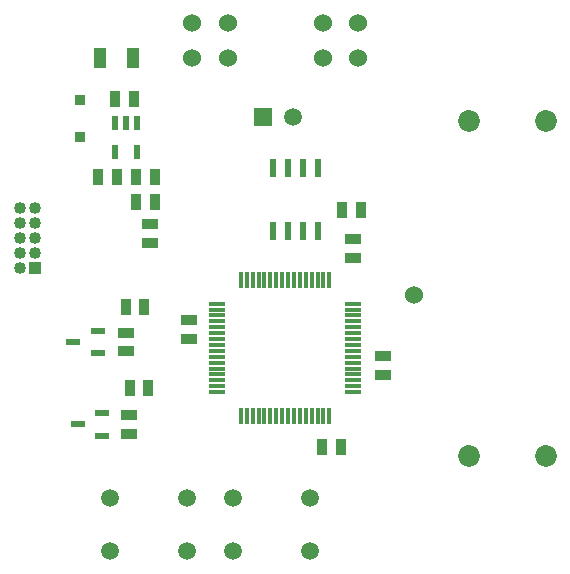
<source format=gbr>
%TF.GenerationSoftware,Altium Limited,Altium Designer,18.1.9 (240)*%
G04 Layer_Color=255*
%FSLAX26Y26*%
%MOIN*%
%TF.FileFunction,Pads,Bot*%
%TF.Part,Single*%
G01*
G75*
%TA.AperFunction,SMDPad,CuDef*%
%ADD10R,0.037402X0.053150*%
%ADD15R,0.053150X0.037402*%
%TA.AperFunction,ComponentPad*%
%ADD18C,0.060000*%
%ADD19R,0.040000X0.040000*%
%ADD20C,0.040000*%
%ADD21C,0.072835*%
%ADD22R,0.059055X0.059055*%
%ADD23C,0.059055*%
%ADD24C,0.058976*%
%TA.AperFunction,SMDPad,CuDef*%
%ADD27R,0.023622X0.059055*%
%ADD28R,0.049213X0.023622*%
%ADD29R,0.023620X0.047240*%
%ADD30R,0.023000X0.047240*%
%ADD31R,0.037402X0.035433*%
%ADD32R,0.039370X0.070866*%
%ADD33R,0.058071X0.011811*%
%ADD34R,0.011811X0.058071*%
D10*
X3911496Y3435000D02*
D03*
X3848504D02*
D03*
X3783504Y2645086D02*
D03*
X3846496D02*
D03*
X3142701Y2840000D02*
D03*
X3203724D02*
D03*
X3129488Y3110000D02*
D03*
X3190512D02*
D03*
X3037165Y3545000D02*
D03*
X3098189D02*
D03*
X3226496Y3460000D02*
D03*
X3163504D02*
D03*
X3164488Y3545000D02*
D03*
X3225512D02*
D03*
X3093504Y3805000D02*
D03*
X3156496D02*
D03*
D15*
X3885000Y3273504D02*
D03*
Y3336496D02*
D03*
X3338947Y3066496D02*
D03*
Y3003504D02*
D03*
X3985000Y2883504D02*
D03*
Y2946496D02*
D03*
X3140512Y2689488D02*
D03*
Y2750512D02*
D03*
X3130000Y2964488D02*
D03*
Y3025512D02*
D03*
X3210000Y3386496D02*
D03*
Y3323504D02*
D03*
D18*
X4090000Y3149979D02*
D03*
X3469055Y4059055D02*
D03*
Y3940945D02*
D03*
X3350945Y4059055D02*
D03*
Y3940945D02*
D03*
X3785945D02*
D03*
Y4059055D02*
D03*
X3904055Y3940945D02*
D03*
Y4059055D02*
D03*
D19*
X2825000Y3240000D02*
D03*
D20*
X2775000D02*
D03*
X2825000Y3290000D02*
D03*
X2775000D02*
D03*
X2825000Y3340000D02*
D03*
X2775000D02*
D03*
X2825000Y3390000D02*
D03*
X2775000D02*
D03*
X2825000Y3440000D02*
D03*
X2775000D02*
D03*
D21*
X4528504Y3730000D02*
D03*
X4272598D02*
D03*
Y2615000D02*
D03*
X4528504D02*
D03*
D22*
X3585000Y3745000D02*
D03*
D23*
X3685000D02*
D03*
D24*
X3077047Y2473583D02*
D03*
X3332953D02*
D03*
X3077047Y2296417D02*
D03*
X3332953D02*
D03*
X3742953D02*
D03*
X3487047D02*
D03*
X3742953Y2473583D02*
D03*
X3487047D02*
D03*
D27*
X3770000Y3365669D02*
D03*
X3720000D02*
D03*
X3670000D02*
D03*
X3620000D02*
D03*
Y3574331D02*
D03*
X3670000D02*
D03*
X3720000D02*
D03*
X3770000D02*
D03*
D28*
X3051338Y2757402D02*
D03*
Y2682598D02*
D03*
X2968661Y2720000D02*
D03*
X2953661Y2995000D02*
D03*
X3036338Y2957598D02*
D03*
Y3032402D02*
D03*
D29*
X3092600Y3626577D02*
D03*
X3167400D02*
D03*
D30*
Y3724997D02*
D03*
X3130000D02*
D03*
X3092600D02*
D03*
D31*
X2975000Y3677992D02*
D03*
X2975000Y3802008D02*
D03*
D32*
X3154606Y3940000D02*
D03*
X3044370D02*
D03*
D33*
X3885905Y3122638D02*
D03*
Y3102953D02*
D03*
Y3083268D02*
D03*
Y3063583D02*
D03*
Y3043898D02*
D03*
Y3024213D02*
D03*
Y3004528D02*
D03*
Y2984843D02*
D03*
Y2965157D02*
D03*
Y2945472D02*
D03*
Y2925787D02*
D03*
Y2906102D02*
D03*
Y2886417D02*
D03*
Y2866732D02*
D03*
Y2847047D02*
D03*
Y2827362D02*
D03*
X3434095D02*
D03*
Y2847047D02*
D03*
Y2866732D02*
D03*
Y2886417D02*
D03*
Y2906102D02*
D03*
Y2925787D02*
D03*
Y2945472D02*
D03*
Y2965157D02*
D03*
Y2984843D02*
D03*
Y3004528D02*
D03*
Y3024213D02*
D03*
Y3043898D02*
D03*
Y3063583D02*
D03*
Y3083268D02*
D03*
Y3102953D02*
D03*
Y3122638D02*
D03*
D34*
X3807638Y2749095D02*
D03*
X3787953D02*
D03*
X3768268D02*
D03*
X3748583D02*
D03*
X3728898D02*
D03*
X3709213D02*
D03*
X3689528D02*
D03*
X3669843D02*
D03*
X3650157D02*
D03*
X3630472D02*
D03*
X3610787D02*
D03*
X3591102D02*
D03*
X3571417D02*
D03*
X3551732D02*
D03*
X3532047D02*
D03*
X3512362D02*
D03*
Y3200905D02*
D03*
X3532047D02*
D03*
X3551732D02*
D03*
X3571417D02*
D03*
X3591102D02*
D03*
X3610787D02*
D03*
X3630472D02*
D03*
X3650157D02*
D03*
X3669843D02*
D03*
X3689528D02*
D03*
X3709213D02*
D03*
X3728898D02*
D03*
X3748583D02*
D03*
X3768268D02*
D03*
X3787953D02*
D03*
X3807638D02*
D03*
%TF.MD5,16f76fb06f81c8730699aa65e10d28d1*%
M02*

</source>
